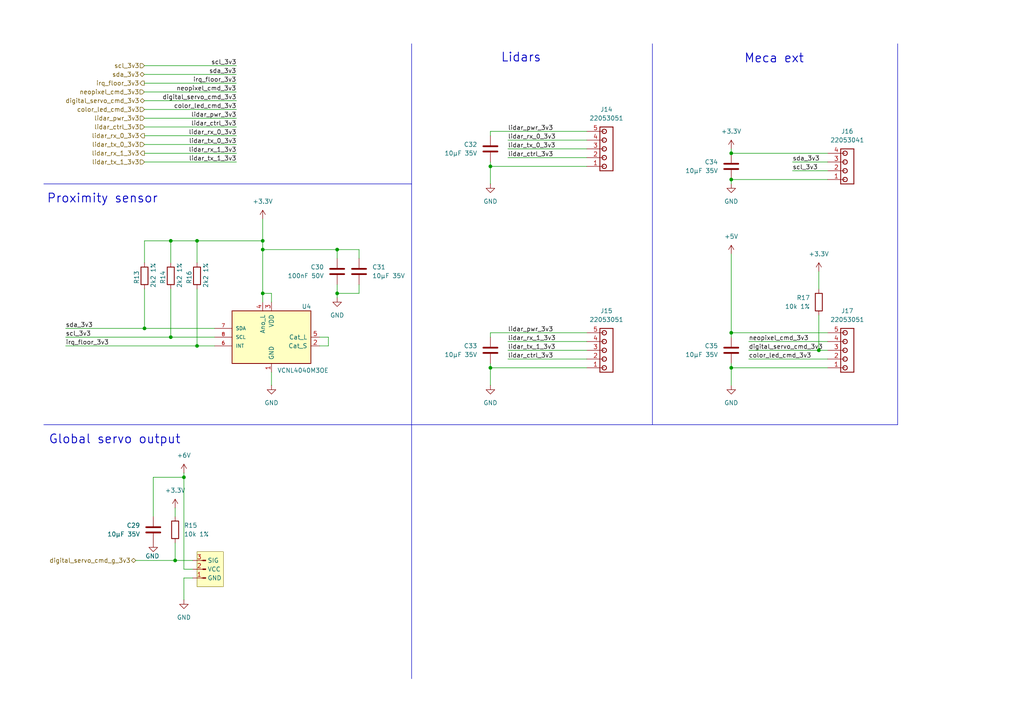
<source format=kicad_sch>
(kicad_sch (version 20250114) (generator "eeschema") (generator_version "9.0")
  (paper "A4")
  (lib_symbols
    (symbol "cocotter_capacitors:C_100nF_50V_0603" (pin_numbers (hide yes)) (pin_names (offset 0.254))
      (property "Reference" "C" (at 0.635 2.54 0))
      (property "Value" "100nF 50V" (at 0.635 -2.54 0))
      (symbol "C_100nF_50V_0603_0_1"
        (polyline (pts (xy -2.032 0.762) (xy 2.032 0.762)) (stroke (width 0.508)))
        (polyline (pts (xy -2.032 -0.762) (xy 2.032 -0.762)) (stroke (width 0.508)))
      )
      (symbol "C_100nF_50V_0603_1_1"
        (pin passive line (at 0 3.81 270) (length 2.794) (name "~") (number "1"))
        (pin passive line (at 0 -3.81 90) (length 2.794) (name "~") (number "2"))
      )
    )
    (symbol "cocotter_capacitors:C_10µF_35V_1206" (pin_numbers (hide yes)) (pin_names (offset 0.254))
      (property "Reference" "C" (at 0.635 2.54 0))
      (property "Value" "10µF 35V" (at 0.635 -2.54 0))
      (symbol "C_10µF_35V_1206_0_1"
        (polyline (pts (xy -2.032 0.762) (xy 2.032 0.762)) (stroke (width 0.508)))
        (polyline (pts (xy -2.032 -0.762) (xy 2.032 -0.762)) (stroke (width 0.508)))
      )
      (symbol "C_10µF_35V_1206_1_1"
        (pin passive line (at 0 3.81 270) (length 2.794) (name "~") (number "1"))
        (pin passive line (at 0 -3.81 90) (length 2.794) (name "~") (number "2"))
      )
    )
    (symbol "cocotter_connectors:22053041"
      (property "Reference" "J" (at -6.604 5.08 0))
      (property "Value" "22053041" (at -2.794 -7.62 0))
      (symbol "22053041_1_0"
        (polyline (pts (xy -7.62 3.81) (xy -7.62 -6.35)) (stroke (width 0.254)))
        (polyline (pts (xy -7.62 3.81) (xy -3.81 3.81)) (stroke (width 0.254)))
        (circle (center -5.08 2.54) (radius 0.635) (stroke (width 0.254)))
        (circle (center -5.08 0) (radius 0.635) (stroke (width 0.254)))
        (circle (center -5.08 -2.54) (radius 0.635) (stroke (width 0.254)))
        (circle (center -5.08 -5.08) (radius 0.635) (stroke (width 0.254)))
        (polyline (pts (xy -3.81 -6.35) (xy -7.62 -6.35)) (stroke (width 0.254)))
        (polyline (pts (xy -3.81 -6.35) (xy -3.81 3.81)) (stroke (width 0.254)))
        (pin passive line (at 0 2.54 180) (length 5.08) (name "4") (number "4"))
        (pin passive line (at 0 0 180) (length 5.08) (name "3") (number "3"))
        (pin passive line (at 0 -2.54 180) (length 5.08) (name "2") (number "2"))
        (pin passive line (at 0 -5.08 180) (length 5.08) (name "1") (number "1"))
      )
    )
    (symbol "cocotter_connectors:22053051"
      (property "Reference" "J" (at -6.604 7.366 0))
      (property "Value" "22053051" (at -2.794 -7.62 0))
      (symbol "22053051_1_0"
        (polyline (pts (xy -7.62 6.35) (xy -7.62 -6.35)) (stroke (width 0.254)))
        (polyline (pts (xy -7.62 6.35) (xy -3.81 6.35)) (stroke (width 0.254)))
        (circle (center -5.08 5.08) (radius 0.635) (stroke (width 0.254)))
        (circle (center -5.08 2.54) (radius 0.635) (stroke (width 0.254)))
        (circle (center -5.08 0) (radius 0.635) (stroke (width 0.254)))
        (circle (center -5.08 -2.54) (radius 0.635) (stroke (width 0.254)))
        (circle (center -5.08 -5.08) (radius 0.635) (stroke (width 0.254)))
        (polyline (pts (xy -3.81 -6.35) (xy -7.62 -6.35)) (stroke (width 0.254)))
        (polyline (pts (xy -3.81 -6.35) (xy -3.81 6.35)) (stroke (width 0.254)))
        (pin passive line (at 0 5.08 180) (length 5.08) (name "5") (number "5"))
        (pin passive line (at 0 2.54 180) (length 5.08) (name "4") (number "4"))
        (pin passive line (at 0 0 180) (length 5.08) (name "3") (number "3"))
        (pin passive line (at 0 -2.54 180) (length 5.08) (name "2") (number "2"))
        (pin passive line (at 0 -5.08 180) (length 5.08) (name "1") (number "1"))
      )
    )
    (symbol "cocotter_connectors:feetech_servo"
      (symbol "feetech_servo_1_1"
        (rectangle (start -8.89 5.08) (end -1.27 -5.08) (stroke (width 0) (color 149 135 39 1)) (fill (type background)))
        (rectangle (start -2.9464 2.667) (end -3.81 2.413) (stroke (width 0.1524)) (fill (type outline)))
        (rectangle (start -2.9464 0.127) (end -3.81 -0.127) (stroke (width 0.1524)) (fill (type outline)))
        (rectangle (start -2.9464 -2.413) (end -3.81 -2.667) (stroke (width 0.1524)) (fill (type outline)))
        (polyline (pts (xy -2.54 2.54) (xy -2.9464 2.54)) (stroke (width 0.1524)))
        (polyline (pts (xy -2.54 0) (xy -2.9464 0)) (stroke (width 0.1524)))
        (polyline (pts (xy -2.54 -2.54) (xy -2.9464 -2.54)) (stroke (width 0.1524)))
        (pin passive line (at 0 2.54 180) (length 3.81) (name "GND") (number "1"))
        (pin passive line (at 0 0 180) (length 3.81) (name "VCC") (number "2"))
        (pin passive line (at 0 -2.54 180) (length 3.81) (name "SIG") (number "3"))
      )
    )
    (symbol "cocotter_ic:VCNL4040M3OE" (pin_names (offset 1.016))
      (symbol "VCNL4040M3OE_0_1"
        (rectangle (start -11.43 5.08) (end 11.43 -10.16) (stroke (width 0.254)) (fill (type background)))
      )
      (symbol "VCNL4040M3OE_1_0"
        (pin open_collector line (at -16.51 0 0) (length 5.08) (name "SDA") (number "7"))
        (pin input line (at -16.51 -2.54 0) (length 5.08) (name "SCL") (number "8"))
        (pin open_collector line (at -16.51 -5.08 0) (length 5.08) (name "INT") (number "6"))
      )
      (symbol "VCNL4040M3OE_1_1"
        (pin power_in line (at -2.54 7.62 270) (length 2.54) (name "Ano_L") (number "4"))
        (pin power_in line (at 0 7.62 270) (length 2.54) (name "VDD") (number "3"))
        (pin power_in line (at 0 -12.7 90) (length 2.54) (name "GND") (number "1"))
        (pin power_in line (at 13.97 -2.54 180) (length 2.54) (name "Cat_L") (number "5"))
        (pin power_in line (at 13.97 -5.08 180) (length 2.54) (name "Cat_S") (number "2"))
      )
    )
    (symbol "cocotter_resistors:R_10k_0603_1%" (pin_numbers (hide yes)) (pin_names (offset 0))
      (property "Reference" "R" (at 1.27 1.27 0))
      (property "Value" "10k 1%" (at 3.81 -1.27 0))
      (symbol "R_10k_0603_1%_0_1"
        (rectangle (start -1.016 -2.54) (end 1.016 2.54) (stroke (width 0.254)))
      )
      (symbol "R_10k_0603_1%_1_1"
        (pin passive line (at 0 3.81 270) (length 1.27) (name "~") (number "1"))
        (pin passive line (at 0 -3.81 90) (length 1.27) (name "~") (number "2"))
      )
    )
    (symbol "cocotter_resistors:R_2k2_0603_1%" (pin_numbers (hide yes)) (pin_names (offset 0))
      (property "Reference" "R" (at 1.27 1.27 0))
      (property "Value" "2k2 1%" (at 3.81 -1.27 0))
      (symbol "R_2k2_0603_1%_0_1"
        (rectangle (start -1.016 -2.54) (end 1.016 2.54) (stroke (width 0.254)))
      )
      (symbol "R_2k2_0603_1%_1_1"
        (pin passive line (at 0 3.81 270) (length 1.27) (name "~") (number "1"))
        (pin passive line (at 0 -3.81 90) (length 1.27) (name "~") (number "2"))
      )
    )
    (symbol "power:+3.3V" (power) (pin_numbers (hide yes)) (pin_names (offset 0) (hide yes))
      (property "Value" "+3.3V" (at 0 3.556 0))
      (symbol "+3.3V_0_1"
        (polyline (pts (xy -0.762 1.27) (xy 0 2.54)))
        (polyline (pts (xy 0 2.54) (xy 0.762 1.27)))
        (polyline (pts (xy 0 0) (xy 0 2.54)))
      )
      (symbol "+3.3V_1_1"
        (pin power_in line (at 0 0 90) (length 0) (name "~") (number "1"))
      )
    )
    (symbol "power:+5V" (power) (pin_numbers (hide yes)) (pin_names (offset 0) (hide yes))
      (property "Value" "+5V" (at 0 3.556 0))
      (symbol "+5V_0_1"
        (polyline (pts (xy -0.762 1.27) (xy 0 2.54)))
        (polyline (pts (xy 0 2.54) (xy 0.762 1.27)))
        (polyline (pts (xy 0 0) (xy 0 2.54)))
      )
      (symbol "+5V_1_1"
        (pin power_in line (at 0 0 90) (length 0) (name "~") (number "1"))
      )
    )
    (symbol "power:+6V" (power) (pin_numbers (hide yes)) (pin_names (offset 0) (hide yes))
      (property "Value" "+6V" (at 0 3.556 0))
      (symbol "+6V_0_1"
        (polyline (pts (xy -0.762 1.27) (xy 0 2.54)))
        (polyline (pts (xy 0 2.54) (xy 0.762 1.27)))
        (polyline (pts (xy 0 0) (xy 0 2.54)))
      )
      (symbol "+6V_1_1"
        (pin power_in line (at 0 0 90) (length 0) (name "~") (number "1"))
      )
    )
    (symbol "power:GND" (power) (pin_numbers (hide yes)) (pin_names (offset 0) (hide yes))
      (property "Value" "GND" (at 0 -3.81 0))
      (symbol "GND_0_1"
        (polyline (pts (xy 0 0) (xy 0 -1.27) (xy 1.27 -1.27) (xy 0 -2.54) (xy -1.27 -1.27) (xy 0 -1.27)))
      )
      (symbol "GND_1_1"
        (pin power_in line (at 0 0 270) (length 0) (name "~") (number "1"))
      )
    )
  )
  (text "Meca ext" (at 224.536 17.018 0) (effects (font (size 2.54 2.54) (thickness 0.254) (bold yes))))
  (text "Lidars" (at 151.13 16.764 0) (effects (font (size 2.54 2.54) (thickness 0.254) (bold yes))))
  (text "Global servo output" (at 33.274 127.508 0) (effects (font (size 2.54 2.54) (thickness 0.254) (bold yes))))
  (text "Proximity sensor" (at 29.718 57.658 0) (effects (font (size 2.54 2.54) (thickness 0.254) (bold yes))))
  (junction (at 212.09 44.45))
  (junction (at 97.79 85.09))
  (junction (at 76.2 85.09))
  (junction (at 212.09 52.07))
  (junction (at 57.15 100.33))
  (junction (at 97.79 72.39))
  (junction (at 212.09 106.68))
  (junction (at 76.2 72.39))
  (junction (at 53.34 138.43))
  (junction (at 49.53 97.79))
  (junction (at 237.49 101.6))
  (junction (at 41.91 95.25))
  (junction (at 50.8 162.56))
  (junction (at 142.24 48.26))
  (junction (at 76.2 69.85))
  (junction (at 57.15 69.85))
  (junction (at 142.24 106.68))
  (junction (at 49.53 69.85))
  (junction (at 212.09 96.52))
  (wire (pts (xy 142.24 48.26) (xy 142.24 53.34)))
  (wire (pts (xy 212.09 106.68) (xy 240.03 106.68)))
  (wire (pts (xy 142.24 105.41) (xy 142.24 106.68)))
  (wire (pts (xy 76.2 85.09) (xy 78.74 85.09)))
  (wire (pts (xy 41.91 69.85) (xy 41.91 76.2)))
  (wire (pts (xy 142.24 48.26) (xy 170.18 48.26)))
  (wire (pts (xy 212.09 73.66) (xy 212.09 96.52)))
  (wire (pts (xy 39.37 162.56) (xy 50.8 162.56)))
  (wire (pts (xy 41.8506 21.59) (xy 68.5206 21.59)))
  (wire (pts (xy 50.8 162.56) (xy 55.88 162.56)))
  (wire (pts (xy 142.24 96.52) (xy 170.18 96.52)))
  (wire (pts (xy 19.05 97.79) (xy 49.53 97.79)))
  (wire (pts (xy 212.09 96.52) (xy 240.03 96.52)))
  (wire (pts (xy 19.05 100.33) (xy 57.15 100.33)))
  (wire (pts (xy 53.34 167.64) (xy 55.88 167.64)))
  (wire (pts (xy 41.91 39.37) (xy 68.58 39.37)))
  (wire (pts (xy 41.91 36.83) (xy 68.58 36.83)))
  (wire (pts (xy 41.8506 24.13) (xy 68.5206 24.13)))
  (wire (pts (xy 19.05 95.25) (xy 41.91 95.25)))
  (wire (pts (xy 41.91 46.99) (xy 68.58 46.99)))
  (wire (pts (xy 50.8 157.48) (xy 50.8 162.56)))
  (wire (pts (xy 57.15 83.82) (xy 57.15 100.33)))
  (wire (pts (xy 147.32 99.06) (xy 170.18 99.06)))
  (wire (pts (xy 142.24 106.68) (xy 170.18 106.68)))
  (wire (pts (xy 212.09 96.52) (xy 212.09 97.79)))
  (wire (pts (xy 53.34 137.16) (xy 53.34 138.43)))
  (wire (pts (xy 217.17 101.6) (xy 237.49 101.6)))
  (wire (pts (xy 76.2 72.39) (xy 76.2 85.09)))
  (wire (pts (xy 41.91 31.75) (xy 68.58 31.75)))
  (wire (pts (xy 147.32 45.72) (xy 170.18 45.72)))
  (wire (pts (xy 240.03 52.07) (xy 212.09 52.07)))
  (polyline (pts (xy 119.38 123.19) (xy 119.38 196.85)))
  (polyline (pts (xy 119.38 53.34) (xy 119.38 123.19)))
  (polyline (pts (xy 119.38 123.19) (xy 260.35 123.19)))
  (wire (pts (xy 97.79 85.09) (xy 104.14 85.09)))
  (wire (pts (xy 53.34 173.99) (xy 53.34 167.64)))
  (wire (pts (xy 147.32 101.6) (xy 170.18 101.6)))
  (wire (pts (xy 41.8506 26.67) (xy 68.5206 26.67)))
  (wire (pts (xy 104.14 72.39) (xy 104.14 74.93)))
  (wire (pts (xy 142.24 46.99) (xy 142.24 48.26)))
  (wire (pts (xy 217.17 104.14) (xy 240.03 104.14)))
  (wire (pts (xy 49.53 69.85) (xy 41.91 69.85)))
  (polyline (pts (xy 12.7 53.34) (xy 119.38 53.34)))
  (wire (pts (xy 95.25 97.79) (xy 95.25 100.33)))
  (wire (pts (xy 142.24 96.52) (xy 142.24 97.79)))
  (wire (pts (xy 217.17 99.06) (xy 240.03 99.06)))
  (wire (pts (xy 212.09 43.18) (xy 212.09 44.45)))
  (wire (pts (xy 142.24 38.1) (xy 142.24 39.37)))
  (wire (pts (xy 212.09 106.68) (xy 212.09 111.76)))
  (wire (pts (xy 49.53 97.79) (xy 62.23 97.79)))
  (wire (pts (xy 95.25 100.33) (xy 92.71 100.33)))
  (wire (pts (xy 92.71 97.79) (xy 95.25 97.79)))
  (polyline (pts (xy 119.38 12.7) (xy 119.38 53.34)))
  (wire (pts (xy 237.49 91.44) (xy 237.49 101.6)))
  (wire (pts (xy 147.32 104.14) (xy 170.18 104.14)))
  (wire (pts (xy 41.91 34.29) (xy 68.58 34.29)))
  (wire (pts (xy 41.91 95.25) (xy 62.23 95.25)))
  (wire (pts (xy 97.79 72.39) (xy 104.14 72.39)))
  (wire (pts (xy 41.91 19.05) (xy 68.58 19.05)))
  (wire (pts (xy 97.79 72.39) (xy 97.79 74.93)))
  (wire (pts (xy 44.45 138.43) (xy 44.45 149.86)))
  (polyline (pts (xy 189.23 12.7) (xy 189.23 123.19)))
  (wire (pts (xy 212.09 105.41) (xy 212.09 106.68)))
  (wire (pts (xy 76.2 85.09) (xy 76.2 87.63)))
  (wire (pts (xy 142.24 38.1) (xy 170.18 38.1)))
  (wire (pts (xy 50.8 147.32) (xy 50.8 149.86)))
  (wire (pts (xy 147.32 43.18) (xy 170.18 43.18)))
  (wire (pts (xy 41.91 83.82) (xy 41.91 95.25)))
  (wire (pts (xy 237.49 101.6) (xy 240.03 101.6)))
  (wire (pts (xy 97.79 85.09) (xy 97.79 86.36)))
  (wire (pts (xy 49.53 69.85) (xy 49.53 76.2)))
  (wire (pts (xy 76.2 69.85) (xy 76.2 72.39)))
  (wire (pts (xy 41.91 41.91) (xy 68.58 41.91)))
  (wire (pts (xy 147.32 40.64) (xy 170.18 40.64)))
  (wire (pts (xy 229.87 49.53) (xy 240.03 49.53)))
  (wire (pts (xy 142.24 106.68) (xy 142.24 111.76)))
  (wire (pts (xy 78.74 107.95) (xy 78.74 111.76)))
  (wire (pts (xy 76.2 63.5) (xy 76.2 69.85)))
  (wire (pts (xy 53.34 138.43) (xy 53.34 165.1)))
  (wire (pts (xy 41.91 44.45) (xy 68.58 44.45)))
  (polyline (pts (xy 260.35 12.7) (xy 260.35 123.19)))
  (wire (pts (xy 104.14 85.09) (xy 104.14 82.55)))
  (wire (pts (xy 229.87 46.99) (xy 240.03 46.99)))
  (wire (pts (xy 49.53 83.82) (xy 49.53 97.79)))
  (wire (pts (xy 57.15 100.33) (xy 62.23 100.33)))
  (wire (pts (xy 237.49 78.74) (xy 237.49 83.82)))
  (wire (pts (xy 240.03 44.45) (xy 212.09 44.45)))
  (wire (pts (xy 78.74 85.09) (xy 78.74 87.63)))
  (wire (pts (xy 97.79 82.55) (xy 97.79 85.09)))
  (wire (pts (xy 53.34 165.1) (xy 55.88 165.1)))
  (wire (pts (xy 57.15 69.85) (xy 49.53 69.85)))
  (wire (pts (xy 76.2 69.85) (xy 57.15 69.85)))
  (wire (pts (xy 212.09 53.34) (xy 212.09 52.07)))
  (polyline (pts (xy 12.7 123.19) (xy 119.38 123.19)))
  (wire (pts (xy 44.45 138.43) (xy 53.34 138.43)))
  (wire (pts (xy 41.91 29.21) (xy 68.58 29.21)))
  (wire (pts (xy 57.15 69.85) (xy 57.15 76.2)))
  (wire (pts (xy 76.2 72.39) (xy 97.79 72.39)))
  (label "lidar_tx_0_3v3" (at 147.32 43.18 0))
  (label "lidar_ctrl_3v3" (at 68.58 36.83 180))
  (label "lidar_ctrl_3v3" (at 147.32 45.72 0))
  (label "lidar_rx_1_3v3" (at 147.32 99.06 0))
  (label "lidar_rx_1_3v3" (at 68.58 44.45 180))
  (label "lidar_tx_1_3v3" (at 68.58 46.99 180))
  (label "scl_3v3" (at 229.87 49.53 0))
  (label "color_led_cmd_3v3" (at 68.58 31.75 180))
  (label "lidar_tx_0_3v3" (at 68.58 41.91 180))
  (label "lidar_pwr_3v3" (at 147.32 96.52 0))
  (label "scl_3v3" (at 68.58 19.05 180))
  (label "lidar_pwr_3v3" (at 68.58 34.29 180))
  (label "sda_3v3" (at 229.87 46.99 0))
  (label "lidar_rx_0_3v3" (at 147.32 40.64 0))
  (label "color_led_cmd_3v3" (at 217.17 104.14 0))
  (label "lidar_tx_1_3v3" (at 147.32 101.6 0))
  (label "irq_floor_3v3" (at 68.5206 24.13 180))
  (label "neopixel_cmd_3v3" (at 217.17 99.06 0))
  (label "neopixel_cmd_3v3" (at 68.5206 26.67 180))
  (label "sda_3v3" (at 19.05 95.25 0))
  (label "scl_3v3" (at 19.05 97.79 0))
  (label "irq_floor_3v3" (at 19.05 100.33 0))
  (label "digital_servo_cmd_3v3" (at 68.58 29.21 180))
  (label "digital_servo_cmd_3v3" (at 217.17 101.6 0))
  (label "lidar_rx_0_3v3" (at 68.58 39.37 180))
  (label "lidar_ctrl_3v3" (at 147.32 104.14 0))
  (label "sda_3v3" (at 68.5206 21.59 180))
  (label "lidar_pwr_3v3" (at 147.32 38.1 0))
  (hierarchical_label "lidar_rx_0_3v3" (shape output) (at 41.91 39.37 180))
  (hierarchical_label "lidar_tx_1_3v3" (shape input) (at 41.91 46.99 180))
  (hierarchical_label "color_led_cmd_3v3" (shape input) (at 41.91 31.75 180))
  (hierarchical_label "irq_floor_3v3" (shape output) (at 41.8506 24.13 180))
  (hierarchical_label "neopixel_cmd_3v3" (shape input) (at 41.8506 26.67 180))
  (hierarchical_label "lidar_rx_1_3v3" (shape output) (at 41.91 44.45 180))
  (hierarchical_label "sda_3v3" (shape bidirectional) (at 41.8506 21.59 180))
  (hierarchical_label "lidar_pwr_3v3" (shape input) (at 41.91 34.29 180))
  (hierarchical_label "digital_servo_cmd_g_3v3" (shape bidirectional) (at 39.37 162.56 180))
  (hierarchical_label "digital_servo_cmd_3v3" (shape bidirectional) (at 41.91 29.21 180))
  (hierarchical_label "scl_3v3" (shape input) (at 41.91 19.05 180))
  (hierarchical_label "lidar_tx_0_3v3" (shape input) (at 41.91 41.91 180))
  (hierarchical_label "lidar_ctrl_3v3" (shape input) (at 41.91 36.83 180))
  (symbol (lib_id "power:GND") (at 78.74 111.76 0) (mirror y) (unit 1)
    (property "Reference" "#PWR024" (effects (hide yes)))
    (property "Value" "GND" (at 78.74 116.84 0))
    (property "Description" "Power symbol creates a global label with name \"GND\" , ground" (effects (hide yes)))
    (instances (project "picotter_2026" (path "" (reference "#PWR052") (unit 1)) (path "" (reference "#PWR038") (unit 1)) (path "" (reference "#PWR024") (unit 1))))
  )
  (symbol (lib_id "cocotter_connectors:feetech_servo") (at 55.88 165.1 180) (unit 1)
    (property "Reference" "J3" (effects (hide yes)))
    (property "Value" "5264-3P" (effects (hide yes)))
    (property "Footprint" "cocotter_connectors:5264-3P" (effects (hide yes)))
    (property "JLC" "C49023819" (effects (hide yes)))
    (instances (project "picotter_2026" (path "" (reference "J13") (unit 1)) (path "" (reference "J8") (unit 1)) (path "" (reference "J3") (unit 1))))
  )
  (symbol (lib_id "power:GND") (at 212.09 53.34 0) (mirror y) (unit 1)
    (property "Reference" "#PWR029" (effects (hide yes)))
    (property "Value" "GND" (at 212.09 58.42 0))
    (property "Description" "Power symbol creates a global label with name \"GND\" , ground" (effects (hide yes)))
    (instances (project "picotter_2026" (path "" (reference "#PWR057") (unit 1)) (path "" (reference "#PWR043") (unit 1)) (path "" (reference "#PWR029") (unit 1))))
  )
  (symbol (lib_id "power:+3.3V") (at 237.49 78.74 0) (mirror y) (unit 1)
    (property "Reference" "#PWR032" (effects (hide yes)))
    (property "Value" "+3.3V" (at 237.49 73.66 0))
    (property "Description" "Power symbol creates a global label with name \"+3.3V\"" (effects (hide yes)))
    (instances (project "picotter_2026" (path "" (reference "#PWR060") (unit 1)) (path "" (reference "#PWR046") (unit 1)) (path "" (reference "#PWR032") (unit 1))))
  )
  (symbol (lib_id "power:GND") (at 97.79 86.36 0) (mirror y) (unit 1)
    (property "Reference" "#PWR025" (effects (hide yes)))
    (property "Value" "GND" (at 97.79 91.44 0))
    (property "Description" "Power symbol creates a global label with name \"GND\" , ground" (effects (hide yes)))
    (instances (project "picotter_2026" (path "" (reference "#PWR053") (unit 1)) (path "" (reference "#PWR039") (unit 1)) (path "" (reference "#PWR025") (unit 1))))
  )
  (symbol (lib_id "cocotter_connectors:22053041") (at 240.03 46.99 0) (mirror y) (unit 1)
    (property "Reference" "J6" (at 245.745 38.1 0))
    (property "Value" "22053041" (at 245.745 40.64 0))
    (property "Footprint" "cocotter_connectors:22053041" (effects (hide yes)))
    (property "Description" "mini KK, 2.54mm pitch, 4 ways, right angle" (effects (hide yes)))
    (property "JLCPCB Part #" "C5271241" (effects (hide yes)))
    (instances (project "picotter_2026" (path "" (reference "J16") (unit 1)) (path "" (reference "J11") (unit 1)) (path "" (reference "J6") (unit 1))))
  )
  (symbol (lib_id "cocotter_resistors:R_2k2_0603_1%") (at 41.91 80.01 0) (unit 1)
    (property "Reference" "R3" (at 39.624 78.486 90) (effects (justify right)))
    (property "Value" "2k2 1%" (at 44.45 76.2 90) (effects (justify right)))
    (property "Footprint" "cocotter_resistor:r0603_reflow" (effects (hide yes)))
    (property "Description" "Resistor" (effects (hide yes)))
    (property "Specification" "2k2 0603 1% 100mW" (effects (hide yes)))
    (property "mouser" "603-RC0603FR-10100KL" (effects (hide yes)))
    (property "JLCPCB Part #" "C4190" (effects (hide yes)))
    (instances (project "picotter_2026" (path "" (reference "R13") (unit 1)) (path "" (reference "R8") (unit 1)) (path "" (reference "R3") (unit 1))))
  )
  (symbol (lib_id "cocotter_resistors:R_10k_0603_1%") (at 50.8 153.67 0) (mirror y) (unit 1)
    (property "Reference" "R5" (at 53.34 152.3999 0) (effects (justify right)))
    (property "Value" "10k 1%" (at 53.34 154.9399 0) (effects (justify right)))
    (property "Footprint" "cocotter_resistor:r0603_reflow" (effects (hide yes)))
    (property "Description" "Resistor" (effects (hide yes)))
    (property "Specification" "10k 0603 1% 100mW" (effects (hide yes)))
    (property "mouser" "603-RC0603FR-10100KL" (effects (hide yes)))
    (property "JLCPCB Part #" "C25804" (effects (hide yes)))
    (instances (project "picotter_2026" (path "" (reference "R15") (unit 1)) (path "" (reference "R10") (unit 1)) (path "" (reference "R5") (unit 1))))
  )
  (symbol (lib_id "cocotter_capacitors:C_10µF_35V_1206") (at 44.45 153.67 0) (mirror y) (unit 1)
    (property "Reference" "C15" (at 40.64 152.3999 0) (effects (justify left)))
    (property "Value" "10µF 35V" (at 40.64 154.9399 0) (effects (justify left)))
    (property "Footprint" "cocotter_capacitors:C_1206_3216Metric" (effects (hide yes)))
    (property "Description" "Unpolarized capacitor" (effects (hide yes)))
    (property "Specification" "10µF 35V X7R 1206" (effects (hide yes)))
    (property "jlcpcb" "C454102" (effects (hide yes)))
    (instances (project "picotter_2026" (path "" (reference "C29") (unit 1)) (path "" (reference "C22") (unit 1)) (path "" (reference "C15") (unit 1))))
  )
  (symbol (lib_id "power:+3.3V") (at 50.8 147.32 0) (unit 1)
    (property "Reference" "#PWR020" (effects (hide yes)))
    (property "Value" "+3.3V" (at 50.8 142.24 0))
    (property "Description" "Power symbol creates a global label with name \"+3.3V\"" (effects (hide yes)))
    (instances (project "picotter_2026" (path "" (reference "#PWR048") (unit 1)) (path "" (reference "#PWR034") (unit 1)) (path "" (reference "#PWR020") (unit 1))))
  )
  (symbol (lib_id "cocotter_ic:VCNL4040M3OE") (at 78.74 95.25 0) (unit 1)
    (property "Reference" "U2" (at 88.9 88.9 0))
    (property "Value" "VCNL4040M3OE" (at 87.884 107.442 0))
    (property "Footprint" "cocotter_ic:VISHAY_VCNL4040_4X2X1.1" (effects (hide yes)))
    (property "DigiKey_Part_Number" "VCNL4040M3OECT-ND" (effects (hide yes)))
    (property "TAPE_REEL" "YES" (effects (hide yes)))
    (property "SnapEDA_Link" "https://www.snapeda.com/parts/VCNL4040M3OE/Vishay+Semiconductor+Opto+Division/view-part/?ref=snap" (effects (hide yes)))
    (property "Description_1" "IR, Ambient Light Proximity Sensor 0 ~ 7.874 (0mm ~ 200mm) 8-SMD Module" (effects (hide yes)))
    (property "Package" "None" (effects (hide yes)))
    (property "VOLUME" "MOQ: 2500 pcs" (effects (hide yes)))
    (property "MF" "Vishay" (effects (hide yes)))
    (property "MP" "VCNL4040M3OE" (effects (hide yes)))
    (property "Check_prices" "https://www.snapeda.com/parts/VCNL4040M3OE/Vishay+Semiconductor+Opto+Division/view-part/?ref=eda" (effects (hide yes)))
    (instances (project "picotter_2026" (path "" (reference "U4") (unit 1)) (path "" (reference "U3") (unit 1)) (path "" (reference "U2") (unit 1))))
  )
  (symbol (lib_id "cocotter_resistors:R_2k2_0603_1%") (at 57.15 80.01 0) (unit 1)
    (property "Reference" "R6" (at 54.864 78.486 90) (effects (justify right)))
    (property "Value" "2k2 1%" (at 59.69 76.2 90) (effects (justify right)))
    (property "Footprint" "cocotter_resistor:r0603_reflow" (effects (hide yes)))
    (property "Description" "Resistor" (effects (hide yes)))
    (property "Specification" "2k2 0603 1% 100mW" (effects (hide yes)))
    (property "mouser" "603-RC0603FR-10100KL" (effects (hide yes)))
    (property "JLCPCB Part #" "C4190" (effects (hide yes)))
    (instances (project "picotter_2026" (path "" (reference "R16") (unit 1)) (path "" (reference "R11") (unit 1)) (path "" (reference "R6") (unit 1))))
  )
  (symbol (lib_id "cocotter_capacitors:C_10µF_35V_1206") (at 142.24 43.18 0) (mirror y) (unit 1)
    (property "Reference" "C18" (at 138.43 41.9099 0) (effects (justify left)))
    (property "Value" "10µF 35V" (at 138.43 44.4499 0) (effects (justify left)))
    (property "Footprint" "cocotter_capacitors:C_1206_3216Metric" (effects (hide yes)))
    (property "Description" "Unpolarized capacitor" (effects (hide yes)))
    (property "Specification" "10µF 35V X7R 1206" (effects (hide yes)))
    (property "jlcpcb" "C454102" (effects (hide yes)))
    (instances (project "picotter_2026" (path "" (reference "C32") (unit 1)) (path "" (reference "C25") (unit 1)) (path "" (reference "C18") (unit 1))))
  )
  (symbol (lib_id "cocotter_connectors:22053051") (at 170.18 101.6 0) (mirror y) (unit 1)
    (property "Reference" "J5" (at 175.895 90.17 0))
    (property "Value" "22053051" (at 175.895 92.71 0))
    (property "Footprint" "cocotter_connectors:22053051" (effects (hide yes)))
    (property "Description" "mini KK, 2.54mm pitch, 5ways, right angle" (effects (hide yes)))
    (property "JLCPCB Part #" "C586992" (effects (hide yes)))
    (instances (project "picotter_2026" (path "" (reference "J15") (unit 1)) (path "" (reference "J10") (unit 1)) (path "" (reference "J5") (unit 1))))
  )
  (symbol (lib_id "power:GND") (at 212.09 111.76 0) (mirror y) (unit 1)
    (property "Reference" "#PWR031" (effects (hide yes)))
    (property "Value" "GND" (at 212.09 116.84 0))
    (property "Description" "Power symbol creates a global label with name \"GND\" , ground" (effects (hide yes)))
    (instances (project "picotter_2026" (path "" (reference "#PWR059") (unit 1)) (path "" (reference "#PWR045") (unit 1)) (path "" (reference "#PWR031") (unit 1))))
  )
  (symbol (lib_id "cocotter_capacitors:C_10µF_35V_1206") (at 212.09 101.6 0) (mirror y) (unit 1)
    (property "Reference" "C21" (at 208.28 100.3299 0) (effects (justify left)))
    (property "Value" "10µF 35V" (at 208.28 102.8699 0) (effects (justify left)))
    (property "Footprint" "cocotter_capacitors:C_1206_3216Metric" (effects (hide yes)))
    (property "Description" "Unpolarized capacitor" (effects (hide yes)))
    (property "Specification" "10µF 35V X7R 1206" (effects (hide yes)))
    (property "jlcpcb" "C454102" (effects (hide yes)))
    (instances (project "picotter_2026" (path "" (reference "C35") (unit 1)) (path "" (reference "C28") (unit 1)) (path "" (reference "C21") (unit 1))))
  )
  (symbol (lib_id "cocotter_connectors:22053051") (at 170.18 43.18 0) (mirror y) (unit 1)
    (property "Reference" "J4" (at 175.895 31.75 0))
    (property "Value" "22053051" (at 175.895 34.29 0))
    (property "Footprint" "cocotter_connectors:22053051" (effects (hide yes)))
    (property "Description" "mini KK, 2.54mm pitch, 5ways, right angle" (effects (hide yes)))
    (property "JLCPCB Part #" "C586992" (effects (hide yes)))
    (instances (project "picotter_2026" (path "" (reference "J14") (unit 1)) (path "" (reference "J9") (unit 1)) (path "" (reference "J4") (unit 1))))
  )
  (symbol (lib_id "power:GND") (at 142.24 53.34 0) (mirror y) (unit 1)
    (property "Reference" "#PWR026" (effects (hide yes)))
    (property "Value" "GND" (at 142.24 58.42 0))
    (property "Description" "Power symbol creates a global label with name \"GND\" , ground" (effects (hide yes)))
    (instances (project "picotter_2026" (path "" (reference "#PWR054") (unit 1)) (path "" (reference "#PWR040") (unit 1)) (path "" (reference "#PWR026") (unit 1))))
  )
  (symbol (lib_id "cocotter_capacitors:C_10µF_35V_1206") (at 104.14 78.74 0) (unit 1)
    (property "Reference" "C17" (at 107.95 77.4699 0) (effects (justify left)))
    (property "Value" "10µF 35V" (at 107.95 80.0099 0) (effects (justify left)))
    (property "Footprint" "cocotter_capacitors:C_1206_3216Metric" (effects (hide yes)))
    (property "Description" "Unpolarized capacitor" (effects (hide yes)))
    (property "Specification" "10µF 35V X7R 1206" (effects (hide yes)))
    (property "jlcpcb" "C454102" (effects (hide yes)))
    (instances (project "picotter_2026" (path "" (reference "C31") (unit 1)) (path "" (reference "C24") (unit 1)) (path "" (reference "C17") (unit 1))))
  )
  (symbol (lib_id "power:GND") (at 44.45 157.48 0) (unit 1)
    (property "Reference" "#PWR019" (effects (hide yes)))
    (property "Value" "GND" (at 44.196 161.29 0))
    (property "Description" "Power symbol creates a global label with name \"GND\" , ground" (effects (hide yes)))
    (instances (project "picotter_2026" (path "" (reference "#PWR047") (unit 1)) (path "" (reference "#PWR033") (unit 1)) (path "" (reference "#PWR019") (unit 1))))
  )
  (symbol (lib_id "power:GND") (at 53.34 173.99 0) (unit 1)
    (property "Reference" "#PWR022" (effects (hide yes)))
    (property "Value" "GND" (at 53.34 179.07 0))
    (property "Description" "Power symbol creates a global label with name \"GND\" , ground" (effects (hide yes)))
    (instances (project "picotter_2026" (path "" (reference "#PWR050") (unit 1)) (path "" (reference "#PWR036") (unit 1)) (path "" (reference "#PWR022") (unit 1))))
  )
  (symbol (lib_id "power:+3.3V") (at 76.2 63.5 0) (mirror y) (unit 1)
    (property "Reference" "#PWR023" (effects (hide yes)))
    (property "Value" "+3.3V" (at 76.2 58.42 0))
    (property "Description" "Power symbol creates a global label with name \"+3.3V\"" (effects (hide yes)))
    (instances (project "picotter_2026" (path "" (reference "#PWR051") (unit 1)) (path "" (reference "#PWR037") (unit 1)) (path "" (reference "#PWR023") (unit 1))))
  )
  (symbol (lib_id "cocotter_capacitors:C_10µF_35V_1206") (at 212.09 48.26 0) (mirror y) (unit 1)
    (property "Reference" "C20" (at 208.28 46.9899 0) (effects (justify left)))
    (property "Value" "10µF 35V" (at 208.28 49.5299 0) (effects (justify left)))
    (property "Footprint" "cocotter_capacitors:C_1206_3216Metric" (effects (hide yes)))
    (property "Description" "Unpolarized capacitor" (effects (hide yes)))
    (property "Specification" "10µF 35V X7R 1206" (effects (hide yes)))
    (property "jlcpcb" "C454102" (effects (hide yes)))
    (instances (project "picotter_2026" (path "" (reference "C34") (unit 1)) (path "" (reference "C27") (unit 1)) (path "" (reference "C20") (unit 1))))
  )
  (symbol (lib_id "power:GND") (at 142.24 111.76 0) (mirror y) (unit 1)
    (property "Reference" "#PWR027" (effects (hide yes)))
    (property "Value" "GND" (at 142.24 116.84 0))
    (property "Description" "Power symbol creates a global label with name \"GND\" , ground" (effects (hide yes)))
    (instances (project "picotter_2026" (path "" (reference "#PWR055") (unit 1)) (path "" (reference "#PWR041") (unit 1)) (path "" (reference "#PWR027") (unit 1))))
  )
  (symbol (lib_id "cocotter_resistors:R_2k2_0603_1%") (at 49.53 80.01 0) (unit 1)
    (property "Reference" "R4" (at 47.244 78.486 90) (effects (justify right)))
    (property "Value" "2k2 1%" (at 52.07 76.2 90) (effects (justify right)))
    (property "Footprint" "cocotter_resistor:r0603_reflow" (effects (hide yes)))
    (property "Description" "Resistor" (effects (hide yes)))
    (property "Specification" "2k2 0603 1% 100mW" (effects (hide yes)))
    (property "mouser" "603-RC0603FR-10100KL" (effects (hide yes)))
    (property "JLCPCB Part #" "C4190" (effects (hide yes)))
    (instances (project "picotter_2026" (path "" (reference "R14") (unit 1)) (path "" (reference "R9") (unit 1)) (path "" (reference "R4") (unit 1))))
  )
  (symbol (lib_id "power:+3.3V") (at 212.09 43.18 0) (mirror y) (unit 1)
    (property "Reference" "#PWR028" (effects (hide yes)))
    (property "Value" "+3.3V" (at 212.09 38.1 0))
    (property "Description" "Power symbol creates a global label with name \"+3.3V\"" (effects (hide yes)))
    (instances (project "picotter_2026" (path "" (reference "#PWR056") (unit 1)) (path "" (reference "#PWR042") (unit 1)) (path "" (reference "#PWR028") (unit 1))))
  )
  (symbol (lib_id "cocotter_connectors:22053051") (at 240.03 101.6 0) (mirror y) (unit 1)
    (property "Reference" "J7" (at 245.745 90.17 0))
    (property "Value" "22053051" (at 245.745 92.71 0))
    (property "Footprint" "cocotter_connectors:22053051" (effects (hide yes)))
    (property "Description" "mini KK, 2.54mm pitch, 5ways, right angle" (effects (hide yes)))
    (property "JLCPCB Part #" "C586992" (effects (hide yes)))
    (instances (project "picotter_2026" (path "" (reference "J17") (unit 1)) (path "" (reference "J12") (unit 1)) (path "" (reference "J7") (unit 1))))
  )
  (symbol (lib_id "power:+6V") (at 53.34 137.16 0) (unit 1)
    (property "Reference" "#PWR021" (effects (hide yes)))
    (property "Value" "+6V" (at 53.34 132.08 0))
    (property "Description" "Power symbol creates a global label with name \"+6V\"" (effects (hide yes)))
    (instances (project "picotter_2026" (path "" (reference "#PWR049") (unit 1)) (path "" (reference "#PWR035") (unit 1)) (path "" (reference "#PWR021") (unit 1))))
  )
  (symbol (lib_id "cocotter_capacitors:C_10µF_35V_1206") (at 142.24 101.6 0) (mirror y) (unit 1)
    (property "Reference" "C19" (at 138.43 100.3299 0) (effects (justify left)))
    (property "Value" "10µF 35V" (at 138.43 102.8699 0) (effects (justify left)))
    (property "Footprint" "cocotter_capacitors:C_1206_3216Metric" (effects (hide yes)))
    (property "Description" "Unpolarized capacitor" (effects (hide yes)))
    (property "Specification" "10µF 35V X7R 1206" (effects (hide yes)))
    (property "jlcpcb" "C454102" (effects (hide yes)))
    (instances (project "picotter_2026" (path "" (reference "C33") (unit 1)) (path "" (reference "C26") (unit 1)) (path "" (reference "C19") (unit 1))))
  )
  (symbol (lib_id "power:+5V") (at 212.09 73.66 0) (mirror y) (unit 1)
    (property "Reference" "#PWR030" (effects (hide yes)))
    (property "Value" "+5V" (at 212.09 68.58 0))
    (property "Description" "Power symbol creates a global label with name \"+5V\"" (effects (hide yes)))
    (instances (project "picotter_2026" (path "" (reference "#PWR058") (unit 1)) (path "" (reference "#PWR044") (unit 1)) (path "" (reference "#PWR030") (unit 1))))
  )
  (symbol (lib_id "cocotter_capacitors:C_100nF_50V_0603") (at 97.79 78.74 0) (mirror y) (unit 1)
    (property "Reference" "C16" (at 93.98 77.4699 0) (effects (justify left)))
    (property "Value" "100nF 50V" (at 93.98 80.0099 0) (effects (justify left)))
    (property "Footprint" "cocotter_capacitors:C_0603_1608Metric" (effects (hide yes)))
    (property "Description" "Unpolarized capacitor tol +/-10%" (effects (hide yes)))
    (property "Specification" "100nF 50V X7R 0603 " (effects (hide yes)))
    (property "JLCPCB Part #" "C14663" (effects (hide yes)))
    (instances (project "picotter_2026" (path "" (reference "C30") (unit 1)) (path "" (reference "C23") (unit 1)) (path "" (reference "C16") (unit 1))))
  )
  (symbol (lib_id "cocotter_resistors:R_10k_0603_1%") (at 237.49 87.63 0) (unit 1)
    (property "Reference" "R7" (at 234.95 86.3599 0) (effects (justify right)))
    (property "Value" "10k 1%" (at 234.95 88.8999 0) (effects (justify right)))
    (property "Footprint" "cocotter_resistor:r0603_reflow" (effects (hide yes)))
    (property "Description" "Resistor" (effects (hide yes)))
    (property "Specification" "10k 0603 1% 100mW" (effects (hide yes)))
    (property "mouser" "603-RC0603FR-10100KL" (effects (hide yes)))
    (property "JLCPCB Part #" "C25804" (effects (hide yes)))
    (instances (project "" (path "" (reference "R17") (unit 1)) (path "" (reference "R12") (unit 1)) (path "" (reference "R7") (unit 1))))
  )
)
</source>
